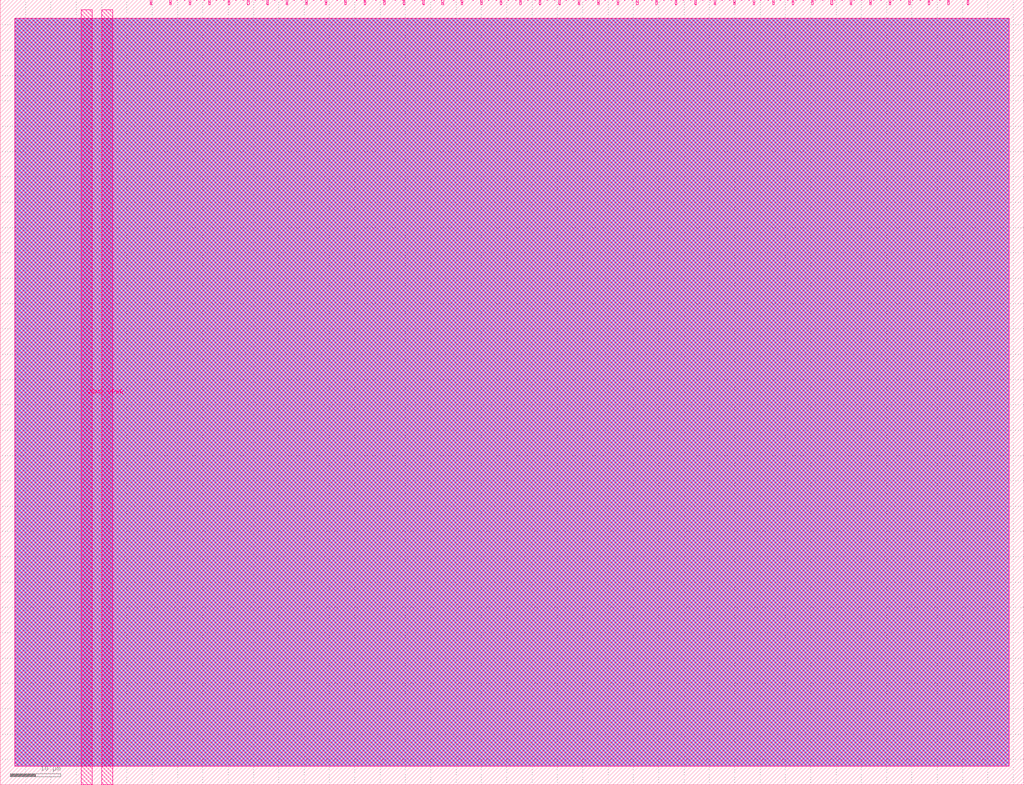
<source format=lef>
VERSION 5.7 ;
  NOWIREEXTENSIONATPIN ON ;
  DIVIDERCHAR "/" ;
  BUSBITCHARS "[]" ;
MACRO tt_um_colorful_stripes
  CLASS BLOCK ;
  FOREIGN tt_um_colorful_stripes ;
  ORIGIN 0.000 0.000 ;
  SIZE 202.080 BY 154.980 ;
  PIN VGND
    DIRECTION INOUT ;
    USE GROUND ;
    PORT
      LAYER Metal5 ;
        RECT 16.000 0.000 18.200 152.980 ;
    END
  END VGND
  PIN VPWR
    DIRECTION INOUT ;
    USE POWER ;
    PORT
      LAYER Metal5 ;
        RECT 20.000 0.000 22.200 152.980 ;
    END
  END VPWR
  PIN clk
    DIRECTION INPUT ;
    USE SIGNAL ;
    ANTENNAGATEAREA 0.426400 ;
    PORT
      LAYER Metal5 ;
        RECT 187.050 153.980 187.350 154.980 ;
    END
  END clk
  PIN ena
    DIRECTION INPUT ;
    USE SIGNAL ;
    PORT
      LAYER Metal5 ;
        RECT 190.890 153.980 191.190 154.980 ;
    END
  END ena
  PIN rst_n
    DIRECTION INPUT ;
    USE SIGNAL ;
    ANTENNAGATEAREA 0.741000 ;
    PORT
      LAYER Metal5 ;
        RECT 183.210 153.980 183.510 154.980 ;
    END
  END rst_n
  PIN ui_in[0]
    DIRECTION INPUT ;
    USE SIGNAL ;
    ANTENNAGATEAREA 0.180700 ;
    PORT
      LAYER Metal5 ;
        RECT 179.370 153.980 179.670 154.980 ;
    END
  END ui_in[0]
  PIN ui_in[1]
    DIRECTION INPUT ;
    USE SIGNAL ;
    ANTENNAGATEAREA 0.180700 ;
    PORT
      LAYER Metal5 ;
        RECT 175.530 153.980 175.830 154.980 ;
    END
  END ui_in[1]
  PIN ui_in[2]
    DIRECTION INPUT ;
    USE SIGNAL ;
    ANTENNAGATEAREA 0.180700 ;
    PORT
      LAYER Metal5 ;
        RECT 171.690 153.980 171.990 154.980 ;
    END
  END ui_in[2]
  PIN ui_in[3]
    DIRECTION INPUT ;
    USE SIGNAL ;
    ANTENNAGATEAREA 0.180700 ;
    PORT
      LAYER Metal5 ;
        RECT 167.850 153.980 168.150 154.980 ;
    END
  END ui_in[3]
  PIN ui_in[4]
    DIRECTION INPUT ;
    USE SIGNAL ;
    ANTENNAGATEAREA 0.180700 ;
    PORT
      LAYER Metal5 ;
        RECT 164.010 153.980 164.310 154.980 ;
    END
  END ui_in[4]
  PIN ui_in[5]
    DIRECTION INPUT ;
    USE SIGNAL ;
    ANTENNAGATEAREA 0.180700 ;
    PORT
      LAYER Metal5 ;
        RECT 160.170 153.980 160.470 154.980 ;
    END
  END ui_in[5]
  PIN ui_in[6]
    DIRECTION INPUT ;
    USE SIGNAL ;
    ANTENNAGATEAREA 0.180700 ;
    PORT
      LAYER Metal5 ;
        RECT 156.330 153.980 156.630 154.980 ;
    END
  END ui_in[6]
  PIN ui_in[7]
    DIRECTION INPUT ;
    USE SIGNAL ;
    ANTENNAGATEAREA 0.180700 ;
    PORT
      LAYER Metal5 ;
        RECT 152.490 153.980 152.790 154.980 ;
    END
  END ui_in[7]
  PIN uio_in[0]
    DIRECTION INPUT ;
    USE SIGNAL ;
    PORT
      LAYER Metal5 ;
        RECT 148.650 153.980 148.950 154.980 ;
    END
  END uio_in[0]
  PIN uio_in[1]
    DIRECTION INPUT ;
    USE SIGNAL ;
    PORT
      LAYER Metal5 ;
        RECT 144.810 153.980 145.110 154.980 ;
    END
  END uio_in[1]
  PIN uio_in[2]
    DIRECTION INPUT ;
    USE SIGNAL ;
    ANTENNAGATEAREA 0.180700 ;
    PORT
      LAYER Metal5 ;
        RECT 140.970 153.980 141.270 154.980 ;
    END
  END uio_in[2]
  PIN uio_in[3]
    DIRECTION INPUT ;
    USE SIGNAL ;
    PORT
      LAYER Metal5 ;
        RECT 137.130 153.980 137.430 154.980 ;
    END
  END uio_in[3]
  PIN uio_in[4]
    DIRECTION INPUT ;
    USE SIGNAL ;
    PORT
      LAYER Metal5 ;
        RECT 133.290 153.980 133.590 154.980 ;
    END
  END uio_in[4]
  PIN uio_in[5]
    DIRECTION INPUT ;
    USE SIGNAL ;
    PORT
      LAYER Metal5 ;
        RECT 129.450 153.980 129.750 154.980 ;
    END
  END uio_in[5]
  PIN uio_in[6]
    DIRECTION INPUT ;
    USE SIGNAL ;
    ANTENNAGATEAREA 0.180700 ;
    PORT
      LAYER Metal5 ;
        RECT 125.610 153.980 125.910 154.980 ;
    END
  END uio_in[6]
  PIN uio_in[7]
    DIRECTION INPUT ;
    USE SIGNAL ;
    PORT
      LAYER Metal5 ;
        RECT 121.770 153.980 122.070 154.980 ;
    END
  END uio_in[7]
  PIN uio_oe[0]
    DIRECTION OUTPUT ;
    USE SIGNAL ;
    ANTENNADIFFAREA 0.392700 ;
    PORT
      LAYER Metal5 ;
        RECT 56.490 153.980 56.790 154.980 ;
    END
  END uio_oe[0]
  PIN uio_oe[1]
    DIRECTION OUTPUT ;
    USE SIGNAL ;
    ANTENNADIFFAREA 0.712400 ;
    PORT
      LAYER Metal5 ;
        RECT 52.650 153.980 52.950 154.980 ;
    END
  END uio_oe[1]
  PIN uio_oe[2]
    DIRECTION OUTPUT ;
    USE SIGNAL ;
    ANTENNADIFFAREA 0.299200 ;
    PORT
      LAYER Metal5 ;
        RECT 48.810 153.980 49.110 154.980 ;
    END
  END uio_oe[2]
  PIN uio_oe[3]
    DIRECTION OUTPUT ;
    USE SIGNAL ;
    ANTENNADIFFAREA 0.392700 ;
    PORT
      LAYER Metal5 ;
        RECT 44.970 153.980 45.270 154.980 ;
    END
  END uio_oe[3]
  PIN uio_oe[4]
    DIRECTION OUTPUT ;
    USE SIGNAL ;
    ANTENNADIFFAREA 0.392700 ;
    PORT
      LAYER Metal5 ;
        RECT 41.130 153.980 41.430 154.980 ;
    END
  END uio_oe[4]
  PIN uio_oe[5]
    DIRECTION OUTPUT ;
    USE SIGNAL ;
    ANTENNADIFFAREA 0.392700 ;
    PORT
      LAYER Metal5 ;
        RECT 37.290 153.980 37.590 154.980 ;
    END
  END uio_oe[5]
  PIN uio_oe[6]
    DIRECTION OUTPUT ;
    USE SIGNAL ;
    ANTENNADIFFAREA 0.299200 ;
    PORT
      LAYER Metal5 ;
        RECT 33.450 153.980 33.750 154.980 ;
    END
  END uio_oe[6]
  PIN uio_oe[7]
    DIRECTION OUTPUT ;
    USE SIGNAL ;
    ANTENNADIFFAREA 0.392700 ;
    PORT
      LAYER Metal5 ;
        RECT 29.610 153.980 29.910 154.980 ;
    END
  END uio_oe[7]
  PIN uio_out[0]
    DIRECTION OUTPUT ;
    USE SIGNAL ;
    ANTENNADIFFAREA 0.654800 ;
    PORT
      LAYER Metal5 ;
        RECT 87.210 153.980 87.510 154.980 ;
    END
  END uio_out[0]
  PIN uio_out[1]
    DIRECTION OUTPUT ;
    USE SIGNAL ;
    ANTENNADIFFAREA 0.654800 ;
    PORT
      LAYER Metal5 ;
        RECT 83.370 153.980 83.670 154.980 ;
    END
  END uio_out[1]
  PIN uio_out[2]
    DIRECTION OUTPUT ;
    USE SIGNAL ;
    ANTENNADIFFAREA 0.299200 ;
    PORT
      LAYER Metal5 ;
        RECT 79.530 153.980 79.830 154.980 ;
    END
  END uio_out[2]
  PIN uio_out[3]
    DIRECTION OUTPUT ;
    USE SIGNAL ;
    ANTENNADIFFAREA 0.654800 ;
    PORT
      LAYER Metal5 ;
        RECT 75.690 153.980 75.990 154.980 ;
    END
  END uio_out[3]
  PIN uio_out[4]
    DIRECTION OUTPUT ;
    USE SIGNAL ;
    ANTENNADIFFAREA 0.654800 ;
    PORT
      LAYER Metal5 ;
        RECT 71.850 153.980 72.150 154.980 ;
    END
  END uio_out[4]
  PIN uio_out[5]
    DIRECTION OUTPUT ;
    USE SIGNAL ;
    ANTENNADIFFAREA 0.654800 ;
    PORT
      LAYER Metal5 ;
        RECT 68.010 153.980 68.310 154.980 ;
    END
  END uio_out[5]
  PIN uio_out[6]
    DIRECTION OUTPUT ;
    USE SIGNAL ;
    ANTENNADIFFAREA 0.299200 ;
    PORT
      LAYER Metal5 ;
        RECT 64.170 153.980 64.470 154.980 ;
    END
  END uio_out[6]
  PIN uio_out[7]
    DIRECTION OUTPUT ;
    USE SIGNAL ;
    ANTENNADIFFAREA 0.654800 ;
    PORT
      LAYER Metal5 ;
        RECT 60.330 153.980 60.630 154.980 ;
    END
  END uio_out[7]
  PIN uo_out[0]
    DIRECTION OUTPUT ;
    USE SIGNAL ;
    ANTENNADIFFAREA 0.654800 ;
    PORT
      LAYER Metal5 ;
        RECT 117.930 153.980 118.230 154.980 ;
    END
  END uo_out[0]
  PIN uo_out[1]
    DIRECTION OUTPUT ;
    USE SIGNAL ;
    ANTENNADIFFAREA 0.299200 ;
    PORT
      LAYER Metal5 ;
        RECT 114.090 153.980 114.390 154.980 ;
    END
  END uo_out[1]
  PIN uo_out[2]
    DIRECTION OUTPUT ;
    USE SIGNAL ;
    ANTENNADIFFAREA 0.299200 ;
    PORT
      LAYER Metal5 ;
        RECT 110.250 153.980 110.550 154.980 ;
    END
  END uo_out[2]
  PIN uo_out[3]
    DIRECTION OUTPUT ;
    USE SIGNAL ;
    ANTENNADIFFAREA 0.299200 ;
    PORT
      LAYER Metal5 ;
        RECT 106.410 153.980 106.710 154.980 ;
    END
  END uo_out[3]
  PIN uo_out[4]
    DIRECTION OUTPUT ;
    USE SIGNAL ;
    ANTENNADIFFAREA 0.299200 ;
    PORT
      LAYER Metal5 ;
        RECT 102.570 153.980 102.870 154.980 ;
    END
  END uo_out[4]
  PIN uo_out[5]
    DIRECTION OUTPUT ;
    USE SIGNAL ;
    ANTENNADIFFAREA 0.299200 ;
    PORT
      LAYER Metal5 ;
        RECT 98.730 153.980 99.030 154.980 ;
    END
  END uo_out[5]
  PIN uo_out[6]
    DIRECTION OUTPUT ;
    USE SIGNAL ;
    ANTENNADIFFAREA 0.299200 ;
    PORT
      LAYER Metal5 ;
        RECT 94.890 153.980 95.190 154.980 ;
    END
  END uo_out[6]
  PIN uo_out[7]
    DIRECTION OUTPUT ;
    USE SIGNAL ;
    ANTENNADIFFAREA 0.299200 ;
    PORT
      LAYER Metal5 ;
        RECT 91.050 153.980 91.350 154.980 ;
    END
  END uo_out[7]
  OBS
      LAYER GatPoly ;
        RECT 2.880 3.630 199.200 151.350 ;
      LAYER Metal1 ;
        RECT 2.880 3.630 199.200 151.350 ;
      LAYER Metal2 ;
        RECT 2.880 3.630 199.200 151.350 ;
      LAYER Metal3 ;
        RECT 2.880 3.630 199.200 151.350 ;
      LAYER Metal4 ;
        RECT 2.880 3.630 199.200 151.350 ;
      LAYER Metal5 ;
        RECT 2.880 3.630 199.200 151.350 ;
  END
END tt_um_colorful_stripes
END LIBRARY

</source>
